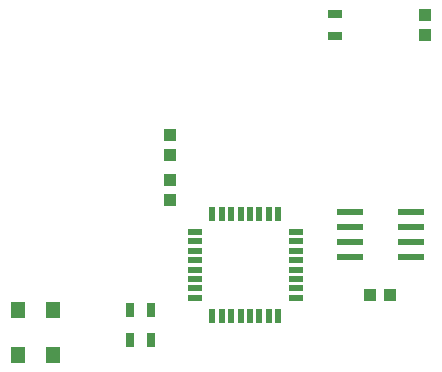
<source format=gtp>
G75*
G70*
%OFA0B0*%
%FSLAX24Y24*%
%IPPOS*%
%LPD*%
%AMOC8*
5,1,8,0,0,1.08239X$1,22.5*
%
%ADD10R,0.0866X0.0236*%
%ADD11R,0.0220X0.0500*%
%ADD12R,0.0500X0.0220*%
%ADD13R,0.0472X0.0551*%
%ADD14R,0.0472X0.0315*%
%ADD15R,0.0315X0.0472*%
%ADD16R,0.0394X0.0433*%
%ADD17R,0.0433X0.0394*%
D10*
X012537Y006932D03*
X012537Y007432D03*
X012537Y007932D03*
X012537Y008432D03*
X014585Y008432D03*
X014585Y007932D03*
X014585Y007432D03*
X014585Y006932D03*
D11*
X010163Y008372D03*
X009849Y008372D03*
X009534Y008372D03*
X009219Y008372D03*
X008904Y008372D03*
X008589Y008372D03*
X008274Y008372D03*
X007959Y008372D03*
X007959Y004992D03*
X008274Y004992D03*
X008589Y004992D03*
X008904Y004992D03*
X009219Y004992D03*
X009534Y004992D03*
X009849Y004992D03*
X010163Y004992D03*
D12*
X010751Y005579D03*
X010751Y005894D03*
X010751Y006209D03*
X010751Y006524D03*
X010751Y006839D03*
X010751Y007154D03*
X010751Y007469D03*
X010751Y007784D03*
X007371Y007784D03*
X007371Y007469D03*
X007371Y007154D03*
X007371Y006839D03*
X007371Y006524D03*
X007371Y006209D03*
X007371Y005894D03*
X007371Y005579D03*
D13*
X001471Y003682D03*
X002652Y003682D03*
X002652Y005182D03*
X001471Y005182D03*
D14*
X012061Y014327D03*
X012061Y015036D03*
D15*
X005915Y005182D03*
X005207Y005182D03*
X005207Y004182D03*
X005915Y004182D03*
D16*
X006561Y008847D03*
X006561Y009516D03*
X006561Y010347D03*
X006561Y011016D03*
X015061Y014347D03*
X015061Y015016D03*
D17*
X013896Y005682D03*
X013226Y005682D03*
M02*

</source>
